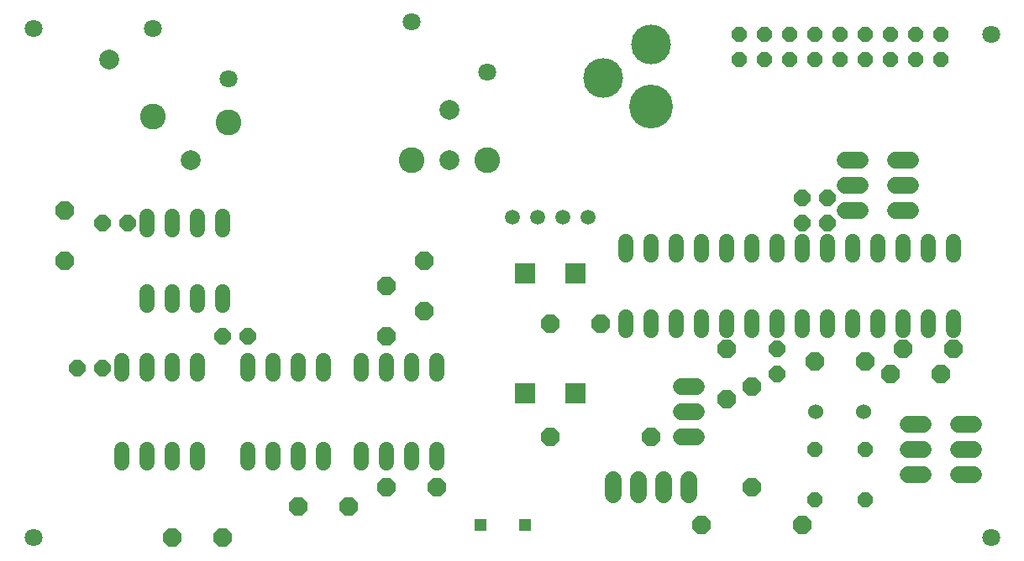
<source format=gbs>
G75*
%MOIN*%
%OFA0B0*%
%FSLAX25Y25*%
%IPPOS*%
%LPD*%
%AMOC8*
5,1,8,0,0,1.08239X$1,22.5*
%
%ADD10C,0.07099*%
%ADD11OC8,0.06400*%
%ADD12OC8,0.06000*%
%ADD13C,0.17398*%
%ADD14C,0.15824*%
%ADD15C,0.05950*%
%ADD16C,0.06000*%
%ADD17C,0.06800*%
%ADD18C,0.06000*%
%ADD19OC8,0.07400*%
%ADD20C,0.07887*%
%ADD21C,0.10249*%
%ADD22R,0.08477X0.08477*%
%ADD23R,0.05156X0.05156*%
D10*
X0021800Y0011800D03*
X0099300Y0194300D03*
X0069300Y0214300D03*
X0021800Y0214300D03*
X0171800Y0216800D03*
X0201800Y0196800D03*
X0401800Y0211800D03*
X0401800Y0011800D03*
D11*
X0316800Y0076800D03*
X0316800Y0086800D03*
X0326800Y0136800D03*
X0336800Y0136800D03*
X0336800Y0146800D03*
X0326800Y0146800D03*
X0106800Y0091800D03*
X0096800Y0091800D03*
X0049300Y0079300D03*
X0039300Y0079300D03*
X0049300Y0136800D03*
X0059300Y0136800D03*
D12*
X0301800Y0201800D03*
X0311800Y0201800D03*
X0321800Y0201800D03*
X0331800Y0201800D03*
X0341800Y0201800D03*
X0351800Y0201800D03*
X0361800Y0201800D03*
X0371800Y0201800D03*
X0381800Y0201800D03*
X0381800Y0211800D03*
X0371800Y0211800D03*
X0361800Y0211800D03*
X0351800Y0211800D03*
X0341800Y0211800D03*
X0331800Y0211800D03*
X0321800Y0211800D03*
X0311800Y0211800D03*
X0301800Y0211800D03*
X0331800Y0046800D03*
X0351800Y0046800D03*
X0351800Y0026800D03*
X0331800Y0026800D03*
D13*
X0266800Y0183257D03*
D14*
X0247902Y0194477D03*
X0266800Y0207863D03*
D15*
X0241800Y0139300D03*
X0231800Y0139300D03*
X0221800Y0139300D03*
X0211800Y0139300D03*
D16*
X0256800Y0129400D02*
X0256800Y0124200D01*
X0266800Y0124200D02*
X0266800Y0129400D01*
X0276800Y0129400D02*
X0276800Y0124200D01*
X0286800Y0124200D02*
X0286800Y0129400D01*
X0296800Y0129400D02*
X0296800Y0124200D01*
X0306800Y0124200D02*
X0306800Y0129400D01*
X0316800Y0129400D02*
X0316800Y0124200D01*
X0326800Y0124200D02*
X0326800Y0129400D01*
X0336800Y0129400D02*
X0336800Y0124200D01*
X0346800Y0124200D02*
X0346800Y0129400D01*
X0356800Y0129400D02*
X0356800Y0124200D01*
X0366800Y0124200D02*
X0366800Y0129400D01*
X0376800Y0129400D02*
X0376800Y0124200D01*
X0386800Y0124200D02*
X0386800Y0129400D01*
X0386800Y0099400D02*
X0386800Y0094200D01*
X0376800Y0094200D02*
X0376800Y0099400D01*
X0366800Y0099400D02*
X0366800Y0094200D01*
X0356800Y0094200D02*
X0356800Y0099400D01*
X0346800Y0099400D02*
X0346800Y0094200D01*
X0336800Y0094200D02*
X0336800Y0099400D01*
X0326800Y0099400D02*
X0326800Y0094200D01*
X0316800Y0094200D02*
X0316800Y0099400D01*
X0306800Y0099400D02*
X0306800Y0094200D01*
X0296800Y0094200D02*
X0296800Y0099400D01*
X0286800Y0099400D02*
X0286800Y0094200D01*
X0276800Y0094200D02*
X0276800Y0099400D01*
X0266800Y0099400D02*
X0266800Y0094200D01*
X0256800Y0094200D02*
X0256800Y0099400D01*
X0181800Y0082000D02*
X0181800Y0076800D01*
X0171800Y0076800D02*
X0171800Y0082000D01*
X0161800Y0082000D02*
X0161800Y0076800D01*
X0151800Y0076800D02*
X0151800Y0082000D01*
X0136800Y0082000D02*
X0136800Y0076800D01*
X0126800Y0076800D02*
X0126800Y0082000D01*
X0116800Y0082000D02*
X0116800Y0076800D01*
X0106800Y0076800D02*
X0106800Y0082000D01*
X0086800Y0082000D02*
X0086800Y0076800D01*
X0076800Y0076800D02*
X0076800Y0082000D01*
X0066800Y0082000D02*
X0066800Y0076800D01*
X0056800Y0076800D02*
X0056800Y0082000D01*
X0066800Y0104200D02*
X0066800Y0109400D01*
X0076800Y0109400D02*
X0076800Y0104200D01*
X0086800Y0104200D02*
X0086800Y0109400D01*
X0096800Y0109400D02*
X0096800Y0104200D01*
X0096800Y0134200D02*
X0096800Y0139400D01*
X0086800Y0139400D02*
X0086800Y0134200D01*
X0076800Y0134200D02*
X0076800Y0139400D01*
X0066800Y0139400D02*
X0066800Y0134200D01*
X0066800Y0046800D02*
X0066800Y0041600D01*
X0056800Y0041600D02*
X0056800Y0046800D01*
X0076800Y0046800D02*
X0076800Y0041600D01*
X0086800Y0041600D02*
X0086800Y0046800D01*
X0106800Y0046800D02*
X0106800Y0041600D01*
X0116800Y0041600D02*
X0116800Y0046800D01*
X0126800Y0046800D02*
X0126800Y0041600D01*
X0136800Y0041600D02*
X0136800Y0046800D01*
X0151800Y0046800D02*
X0151800Y0041600D01*
X0161800Y0041600D02*
X0161800Y0046800D01*
X0171800Y0046800D02*
X0171800Y0041600D01*
X0181800Y0041600D02*
X0181800Y0046800D01*
D17*
X0251800Y0034800D02*
X0251800Y0028800D01*
X0261800Y0028800D02*
X0261800Y0034800D01*
X0271800Y0034800D02*
X0271800Y0028800D01*
X0281800Y0028800D02*
X0281800Y0034800D01*
X0278800Y0051800D02*
X0284800Y0051800D01*
X0284800Y0061800D02*
X0278800Y0061800D01*
X0278800Y0071800D02*
X0284800Y0071800D01*
X0368800Y0056800D02*
X0374800Y0056800D01*
X0388800Y0056800D02*
X0394800Y0056800D01*
X0394800Y0046800D02*
X0388800Y0046800D01*
X0374800Y0046800D02*
X0368800Y0046800D01*
X0368800Y0036800D02*
X0374800Y0036800D01*
X0388800Y0036800D02*
X0394800Y0036800D01*
X0369800Y0141800D02*
X0363800Y0141800D01*
X0349800Y0141800D02*
X0343800Y0141800D01*
X0343800Y0151800D02*
X0349800Y0151800D01*
X0363800Y0151800D02*
X0369800Y0151800D01*
X0369800Y0161800D02*
X0363800Y0161800D01*
X0349800Y0161800D02*
X0343800Y0161800D01*
D18*
X0351300Y0061800D03*
X0332300Y0061800D03*
D19*
X0306800Y0071800D03*
X0296800Y0066800D03*
X0266800Y0051800D03*
X0226800Y0051800D03*
X0181800Y0031800D03*
X0161800Y0031800D03*
X0146800Y0024300D03*
X0126800Y0024300D03*
X0096800Y0011800D03*
X0076800Y0011800D03*
X0161800Y0091800D03*
X0176800Y0101800D03*
X0161800Y0111800D03*
X0176800Y0121800D03*
X0226800Y0096800D03*
X0246800Y0096800D03*
X0296800Y0086800D03*
X0331800Y0081800D03*
X0351800Y0081800D03*
X0361800Y0076800D03*
X0366800Y0086800D03*
X0381800Y0076800D03*
X0386800Y0086800D03*
X0306800Y0031800D03*
X0286800Y0016800D03*
X0326800Y0016800D03*
X0034300Y0121800D03*
X0034300Y0141800D03*
D20*
X0084300Y0161780D03*
X0051820Y0201820D03*
X0186800Y0181800D03*
X0186800Y0161800D03*
D21*
X0171800Y0161800D03*
X0201800Y0161800D03*
X0099300Y0176800D03*
X0069300Y0179300D03*
D22*
X0216800Y0116800D03*
X0236800Y0116800D03*
X0236800Y0069300D03*
X0216800Y0069300D03*
D23*
X0216800Y0016800D03*
X0199300Y0016800D03*
M02*

</source>
